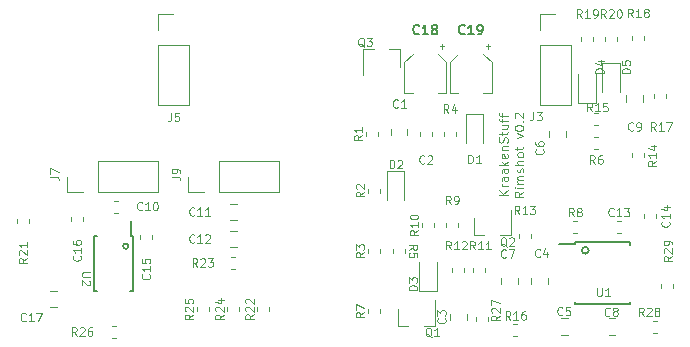
<source format=gbr>
G04 #@! TF.GenerationSoftware,KiCad,Pcbnew,(5.0.1)-4*
G04 #@! TF.CreationDate,2019-02-17T11:16:12+01:00*
G04 #@! TF.ProjectId,1U Rim,31552052696D2E6B696361645F706362,rev?*
G04 #@! TF.SameCoordinates,Original*
G04 #@! TF.FileFunction,Legend,Top*
G04 #@! TF.FilePolarity,Positive*
%FSLAX46Y46*%
G04 Gerber Fmt 4.6, Leading zero omitted, Abs format (unit mm)*
G04 Created by KiCad (PCBNEW (5.0.1)-4) date 2/17/2019 11:16:12 AM*
%MOMM*%
%LPD*%
G01*
G04 APERTURE LIST*
%ADD10C,0.200000*%
%ADD11C,0.120000*%
%ADD12C,0.150000*%
G04 APERTURE END LIST*
D10*
X30249985Y-42011600D02*
G75*
G03X30249985Y-42011600I-227185J0D01*
G01*
X69222968Y-42367200D02*
G75*
G03X69222968Y-42367200I-287368J0D01*
G01*
D11*
X63686885Y-37397142D02*
X63329742Y-37647142D01*
X63686885Y-37825714D02*
X62936885Y-37825714D01*
X62936885Y-37540000D01*
X62972600Y-37468571D01*
X63008314Y-37432857D01*
X63079742Y-37397142D01*
X63186885Y-37397142D01*
X63258314Y-37432857D01*
X63294028Y-37468571D01*
X63329742Y-37540000D01*
X63329742Y-37825714D01*
X63686885Y-37075714D02*
X63186885Y-37075714D01*
X62936885Y-37075714D02*
X62972600Y-37111428D01*
X63008314Y-37075714D01*
X62972600Y-37040000D01*
X62936885Y-37075714D01*
X63008314Y-37075714D01*
X63686885Y-36718571D02*
X63186885Y-36718571D01*
X63258314Y-36718571D02*
X63222600Y-36682857D01*
X63186885Y-36611428D01*
X63186885Y-36504285D01*
X63222600Y-36432857D01*
X63294028Y-36397142D01*
X63686885Y-36397142D01*
X63294028Y-36397142D02*
X63222600Y-36361428D01*
X63186885Y-36290000D01*
X63186885Y-36182857D01*
X63222600Y-36111428D01*
X63294028Y-36075714D01*
X63686885Y-36075714D01*
X63651171Y-35754285D02*
X63686885Y-35682857D01*
X63686885Y-35540000D01*
X63651171Y-35468571D01*
X63579742Y-35432857D01*
X63544028Y-35432857D01*
X63472600Y-35468571D01*
X63436885Y-35540000D01*
X63436885Y-35647142D01*
X63401171Y-35718571D01*
X63329742Y-35754285D01*
X63294028Y-35754285D01*
X63222600Y-35718571D01*
X63186885Y-35647142D01*
X63186885Y-35540000D01*
X63222600Y-35468571D01*
X63686885Y-35111428D02*
X62936885Y-35111428D01*
X63686885Y-34790000D02*
X63294028Y-34790000D01*
X63222600Y-34825714D01*
X63186885Y-34897142D01*
X63186885Y-35004285D01*
X63222600Y-35075714D01*
X63258314Y-35111428D01*
X63686885Y-34325714D02*
X63651171Y-34397142D01*
X63615457Y-34432857D01*
X63544028Y-34468571D01*
X63329742Y-34468571D01*
X63258314Y-34432857D01*
X63222600Y-34397142D01*
X63186885Y-34325714D01*
X63186885Y-34218571D01*
X63222600Y-34147142D01*
X63258314Y-34111428D01*
X63329742Y-34075714D01*
X63544028Y-34075714D01*
X63615457Y-34111428D01*
X63651171Y-34147142D01*
X63686885Y-34218571D01*
X63686885Y-34325714D01*
X63186885Y-33861428D02*
X63186885Y-33575714D01*
X62936885Y-33754285D02*
X63579742Y-33754285D01*
X63651171Y-33718571D01*
X63686885Y-33647142D01*
X63686885Y-33575714D01*
X63186885Y-32825714D02*
X63686885Y-32647142D01*
X63186885Y-32468571D01*
X62936885Y-32040000D02*
X62936885Y-31968571D01*
X62972600Y-31897142D01*
X63008314Y-31861428D01*
X63079742Y-31825714D01*
X63222600Y-31790000D01*
X63401171Y-31790000D01*
X63544028Y-31825714D01*
X63615457Y-31861428D01*
X63651171Y-31897142D01*
X63686885Y-31968571D01*
X63686885Y-32040000D01*
X63651171Y-32111428D01*
X63615457Y-32147142D01*
X63544028Y-32182857D01*
X63401171Y-32218571D01*
X63222600Y-32218571D01*
X63079742Y-32182857D01*
X63008314Y-32147142D01*
X62972600Y-32111428D01*
X62936885Y-32040000D01*
X63615457Y-31468571D02*
X63651171Y-31432857D01*
X63686885Y-31468571D01*
X63651171Y-31504285D01*
X63615457Y-31468571D01*
X63686885Y-31468571D01*
X63008314Y-31147142D02*
X62972600Y-31111428D01*
X62936885Y-31040000D01*
X62936885Y-30861428D01*
X62972600Y-30790000D01*
X63008314Y-30754285D01*
X63079742Y-30718571D01*
X63151171Y-30718571D01*
X63258314Y-30754285D01*
X63686885Y-31182857D01*
X63686885Y-30718571D01*
X62366085Y-37700714D02*
X61616085Y-37700714D01*
X62366085Y-37272142D02*
X61937514Y-37593571D01*
X61616085Y-37272142D02*
X62044657Y-37700714D01*
X62366085Y-36950714D02*
X61866085Y-36950714D01*
X62008942Y-36950714D02*
X61937514Y-36915000D01*
X61901800Y-36879285D01*
X61866085Y-36807857D01*
X61866085Y-36736428D01*
X62366085Y-36165000D02*
X61973228Y-36165000D01*
X61901800Y-36200714D01*
X61866085Y-36272142D01*
X61866085Y-36415000D01*
X61901800Y-36486428D01*
X62330371Y-36165000D02*
X62366085Y-36236428D01*
X62366085Y-36415000D01*
X62330371Y-36486428D01*
X62258942Y-36522142D01*
X62187514Y-36522142D01*
X62116085Y-36486428D01*
X62080371Y-36415000D01*
X62080371Y-36236428D01*
X62044657Y-36165000D01*
X62366085Y-35486428D02*
X61973228Y-35486428D01*
X61901800Y-35522142D01*
X61866085Y-35593571D01*
X61866085Y-35736428D01*
X61901800Y-35807857D01*
X62330371Y-35486428D02*
X62366085Y-35557857D01*
X62366085Y-35736428D01*
X62330371Y-35807857D01*
X62258942Y-35843571D01*
X62187514Y-35843571D01*
X62116085Y-35807857D01*
X62080371Y-35736428D01*
X62080371Y-35557857D01*
X62044657Y-35486428D01*
X62366085Y-35129285D02*
X61616085Y-35129285D01*
X62080371Y-35057857D02*
X62366085Y-34843571D01*
X61866085Y-34843571D02*
X62151800Y-35129285D01*
X62330371Y-34236428D02*
X62366085Y-34307857D01*
X62366085Y-34450714D01*
X62330371Y-34522142D01*
X62258942Y-34557857D01*
X61973228Y-34557857D01*
X61901800Y-34522142D01*
X61866085Y-34450714D01*
X61866085Y-34307857D01*
X61901800Y-34236428D01*
X61973228Y-34200714D01*
X62044657Y-34200714D01*
X62116085Y-34557857D01*
X61866085Y-33879285D02*
X62366085Y-33879285D01*
X61937514Y-33879285D02*
X61901800Y-33843571D01*
X61866085Y-33772142D01*
X61866085Y-33665000D01*
X61901800Y-33593571D01*
X61973228Y-33557857D01*
X62366085Y-33557857D01*
X62330371Y-33236428D02*
X62366085Y-33129285D01*
X62366085Y-32950714D01*
X62330371Y-32879285D01*
X62294657Y-32843571D01*
X62223228Y-32807857D01*
X62151800Y-32807857D01*
X62080371Y-32843571D01*
X62044657Y-32879285D01*
X62008942Y-32950714D01*
X61973228Y-33093571D01*
X61937514Y-33165000D01*
X61901800Y-33200714D01*
X61830371Y-33236428D01*
X61758942Y-33236428D01*
X61687514Y-33200714D01*
X61651800Y-33165000D01*
X61616085Y-33093571D01*
X61616085Y-32915000D01*
X61651800Y-32807857D01*
X61866085Y-32593571D02*
X61866085Y-32307857D01*
X61616085Y-32486428D02*
X62258942Y-32486428D01*
X62330371Y-32450714D01*
X62366085Y-32379285D01*
X62366085Y-32307857D01*
X61866085Y-31736428D02*
X62366085Y-31736428D01*
X61866085Y-32057857D02*
X62258942Y-32057857D01*
X62330371Y-32022142D01*
X62366085Y-31950714D01*
X62366085Y-31843571D01*
X62330371Y-31772142D01*
X62294657Y-31736428D01*
X61866085Y-31486428D02*
X61866085Y-31200714D01*
X62366085Y-31379285D02*
X61723228Y-31379285D01*
X61651800Y-31343571D01*
X61616085Y-31272142D01*
X61616085Y-31200714D01*
X61866085Y-31057857D02*
X61866085Y-30772142D01*
X62366085Y-30950714D02*
X61723228Y-30950714D01*
X61651800Y-30915000D01*
X61616085Y-30843571D01*
X61616085Y-30772142D01*
G04 #@! TO.C,C1*
X53870600Y-32573252D02*
X53870600Y-32050748D01*
X52450600Y-32573252D02*
X52450600Y-32050748D01*
G04 #@! TO.C,C2*
X54909600Y-32683267D02*
X54909600Y-32340733D01*
X55929600Y-32683267D02*
X55929600Y-32340733D01*
G04 #@! TO.C,C3*
X58876000Y-47744748D02*
X58876000Y-48267252D01*
X57456000Y-47744748D02*
X57456000Y-48267252D01*
G04 #@! TO.C,C4*
X64314000Y-44696748D02*
X64314000Y-45219252D01*
X65734000Y-44696748D02*
X65734000Y-45219252D01*
G04 #@! TO.C,C5*
X67427852Y-48108800D02*
X66905348Y-48108800D01*
X67427852Y-49528800D02*
X66905348Y-49528800D01*
G04 #@! TO.C,C6*
X65838000Y-32250748D02*
X65838000Y-32773252D01*
X67258000Y-32250748D02*
X67258000Y-32773252D01*
G04 #@! TO.C,C7*
X61774000Y-45219252D02*
X61774000Y-44696748D01*
X63194000Y-45219252D02*
X63194000Y-44696748D01*
G04 #@! TO.C,C8*
X71441052Y-49528800D02*
X70918548Y-49528800D01*
X71441052Y-48108800D02*
X70918548Y-48108800D01*
G04 #@! TO.C,C9*
X73798500Y-29246248D02*
X73798500Y-29768752D01*
X72378500Y-29246248D02*
X72378500Y-29768752D01*
G04 #@! TO.C,C10*
X29353367Y-38161500D02*
X29010833Y-38161500D01*
X29353367Y-39181500D02*
X29010833Y-39181500D01*
G04 #@! TO.C,C11*
X39402652Y-39826000D02*
X38880148Y-39826000D01*
X39402652Y-38406000D02*
X38880148Y-38406000D01*
G04 #@! TO.C,C12*
X38880148Y-42112000D02*
X39402652Y-42112000D01*
X38880148Y-40692000D02*
X39402652Y-40692000D01*
G04 #@! TO.C,C13*
X71940267Y-40896000D02*
X71597733Y-40896000D01*
X71940267Y-39876000D02*
X71597733Y-39876000D01*
G04 #@! TO.C,C14*
X73912000Y-39311733D02*
X73912000Y-39654267D01*
X74932000Y-39311733D02*
X74932000Y-39654267D01*
G04 #@! TO.C,C15*
X32260000Y-41042733D02*
X32260000Y-41385267D01*
X31240000Y-41042733D02*
X31240000Y-41385267D01*
G04 #@! TO.C,C16*
X26418000Y-39861267D02*
X26418000Y-39518733D01*
X25398000Y-39861267D02*
X25398000Y-39518733D01*
G04 #@! TO.C,C17*
X23640148Y-45772000D02*
X24162652Y-45772000D01*
X23640148Y-47192000D02*
X24162652Y-47192000D01*
G04 #@! TO.C,C18*
X56994500Y-25092100D02*
X56619500Y-25092100D01*
X56807000Y-24904600D02*
X56807000Y-25279600D01*
X54312000Y-25709037D02*
X53612000Y-26409037D01*
X56432000Y-25709037D02*
X57132000Y-26409037D01*
X53612000Y-26409037D02*
X53612000Y-29039600D01*
X57132000Y-26409037D02*
X57132000Y-29039600D01*
X57132000Y-29039600D02*
X56432000Y-29039600D01*
X53612000Y-29039600D02*
X54312000Y-29039600D01*
G04 #@! TO.C,C19*
X57472800Y-29039600D02*
X58172800Y-29039600D01*
X60992800Y-29039600D02*
X60292800Y-29039600D01*
X60992800Y-26409037D02*
X60992800Y-29039600D01*
X57472800Y-26409037D02*
X57472800Y-29039600D01*
X60292800Y-25709037D02*
X60992800Y-26409037D01*
X58172800Y-25709037D02*
X57472800Y-26409037D01*
X60667800Y-24904600D02*
X60667800Y-25279600D01*
X60855300Y-25092100D02*
X60480300Y-25092100D01*
G04 #@! TO.C,D1*
X60272600Y-33312000D02*
X60272600Y-30852000D01*
X60272600Y-30852000D02*
X58802600Y-30852000D01*
X58802600Y-30852000D02*
X58802600Y-33312000D01*
G04 #@! TO.C,D2*
X52147800Y-35627200D02*
X52147800Y-38087200D01*
X53617800Y-35627200D02*
X52147800Y-35627200D01*
X53617800Y-38087200D02*
X53617800Y-35627200D01*
G04 #@! TO.C,D3*
X54891000Y-43308000D02*
X54891000Y-45768000D01*
X54891000Y-45768000D02*
X56361000Y-45768000D01*
X56361000Y-45768000D02*
X56361000Y-43308000D01*
G04 #@! TO.C,D4*
X68353000Y-27394000D02*
X68353000Y-29854000D01*
X68353000Y-29854000D02*
X69823000Y-29854000D01*
X69823000Y-29854000D02*
X69823000Y-27394000D01*
G04 #@! TO.C,D5*
X70385000Y-26534000D02*
X70385000Y-28994000D01*
X71855000Y-26534000D02*
X70385000Y-26534000D01*
X71855000Y-28994000D02*
X71855000Y-26534000D01*
G04 #@! TO.C,J3*
X65065600Y-30082800D02*
X67725600Y-30082800D01*
X65065600Y-24942800D02*
X65065600Y-30082800D01*
X67725600Y-24942800D02*
X67725600Y-30082800D01*
X65065600Y-24942800D02*
X67725600Y-24942800D01*
X65065600Y-23672800D02*
X65065600Y-22342800D01*
X65065600Y-22342800D02*
X66395600Y-22342800D01*
G04 #@! TO.C,J5*
X32731237Y-22342800D02*
X34061237Y-22342800D01*
X32731237Y-23672800D02*
X32731237Y-22342800D01*
X32731237Y-24942800D02*
X35391237Y-24942800D01*
X35391237Y-24942800D02*
X35391237Y-30082800D01*
X32731237Y-24942800D02*
X32731237Y-30082800D01*
X32731237Y-30082800D02*
X35391237Y-30082800D01*
G04 #@! TO.C,J7*
X32775200Y-37448800D02*
X32775200Y-34788800D01*
X27635200Y-37448800D02*
X32775200Y-37448800D01*
X27635200Y-34788800D02*
X32775200Y-34788800D01*
X27635200Y-37448800D02*
X27635200Y-34788800D01*
X26365200Y-37448800D02*
X25035200Y-37448800D01*
X25035200Y-37448800D02*
X25035200Y-36118800D01*
G04 #@! TO.C,J9*
X35296800Y-37448800D02*
X35296800Y-36118800D01*
X36626800Y-37448800D02*
X35296800Y-37448800D01*
X37896800Y-37448800D02*
X37896800Y-34788800D01*
X37896800Y-34788800D02*
X43036800Y-34788800D01*
X37896800Y-37448800D02*
X43036800Y-37448800D01*
X43036800Y-37448800D02*
X43036800Y-34788800D01*
G04 #@! TO.C,Q1*
X53030000Y-48757100D02*
X53030000Y-47297100D01*
X56190000Y-48757100D02*
X56190000Y-46597100D01*
X56190000Y-48757100D02*
X55260000Y-48757100D01*
X53030000Y-48757100D02*
X53960000Y-48757100D01*
G04 #@! TO.C,Q2*
X59464000Y-41080000D02*
X60394000Y-41080000D01*
X62624000Y-41080000D02*
X61694000Y-41080000D01*
X62624000Y-41080000D02*
X62624000Y-38920000D01*
X59464000Y-41080000D02*
X59464000Y-39620000D01*
G04 #@! TO.C,Q3*
X53243600Y-25351200D02*
X52313600Y-25351200D01*
X50083600Y-25351200D02*
X51013600Y-25351200D01*
X50083600Y-25351200D02*
X50083600Y-27511200D01*
X53243600Y-25351200D02*
X53243600Y-26811200D01*
G04 #@! TO.C,R1*
X51411600Y-32683267D02*
X51411600Y-32340733D01*
X50391600Y-32683267D02*
X50391600Y-32340733D01*
G04 #@! TO.C,R2*
X51564000Y-37469933D02*
X51564000Y-37127399D01*
X50544000Y-37469933D02*
X50544000Y-37127399D01*
G04 #@! TO.C,R3*
X50544000Y-42569599D02*
X50544000Y-42227065D01*
X51564000Y-42569599D02*
X51564000Y-42227065D01*
G04 #@! TO.C,R4*
X57968600Y-32340733D02*
X57968600Y-32683267D01*
X56948600Y-32340733D02*
X56948600Y-32683267D01*
G04 #@! TO.C,R5*
X53641000Y-42237065D02*
X53641000Y-42579599D01*
X52621000Y-42237065D02*
X52621000Y-42579599D01*
G04 #@! TO.C,R6*
X70021267Y-32764000D02*
X69678733Y-32764000D01*
X70021267Y-33784000D02*
X69678733Y-33784000D01*
G04 #@! TO.C,R7*
X51564000Y-47669267D02*
X51564000Y-47326733D01*
X50544000Y-47669267D02*
X50544000Y-47326733D01*
G04 #@! TO.C,R8*
X67889333Y-39876000D02*
X68231867Y-39876000D01*
X67889333Y-40896000D02*
X68231867Y-40896000D01*
G04 #@! TO.C,R9*
X58168000Y-40044733D02*
X58168000Y-40387267D01*
X57148000Y-40044733D02*
X57148000Y-40387267D01*
G04 #@! TO.C,R10*
X56136000Y-40387267D02*
X56136000Y-40044733D01*
X55116000Y-40387267D02*
X55116000Y-40044733D01*
G04 #@! TO.C,R11*
X60454000Y-44226267D02*
X60454000Y-43883733D01*
X59434000Y-44226267D02*
X59434000Y-43883733D01*
G04 #@! TO.C,R12*
X57656000Y-44226267D02*
X57656000Y-43883733D01*
X58676000Y-44226267D02*
X58676000Y-43883733D01*
G04 #@! TO.C,R13*
X64314800Y-41279867D02*
X64314800Y-40937333D01*
X63294800Y-41279867D02*
X63294800Y-40937333D01*
G04 #@! TO.C,R14*
X72896000Y-34461267D02*
X72896000Y-34118733D01*
X73916000Y-34461267D02*
X73916000Y-34118733D01*
G04 #@! TO.C,R15*
X70001267Y-31752000D02*
X69658733Y-31752000D01*
X70001267Y-30732000D02*
X69658733Y-30732000D01*
G04 #@! TO.C,R16*
X63149267Y-48562800D02*
X62806733Y-48562800D01*
X63149267Y-49582800D02*
X62806733Y-49582800D01*
G04 #@! TO.C,R17*
X75795600Y-29128933D02*
X75795600Y-29471467D01*
X74775600Y-29128933D02*
X74775600Y-29471467D01*
G04 #@! TO.C,R18*
X72896000Y-24212733D02*
X72896000Y-24555267D01*
X73916000Y-24212733D02*
X73916000Y-24555267D01*
G04 #@! TO.C,R19*
X68578000Y-24296733D02*
X68578000Y-24639267D01*
X69598000Y-24296733D02*
X69598000Y-24639267D01*
G04 #@! TO.C,R20*
X70610000Y-24639267D02*
X70610000Y-24296733D01*
X71630000Y-24639267D02*
X71630000Y-24296733D01*
G04 #@! TO.C,R21*
X20826000Y-40082467D02*
X20826000Y-39739933D01*
X21846000Y-40082467D02*
X21846000Y-39739933D01*
G04 #@! TO.C,R22*
X42191400Y-47166733D02*
X42191400Y-47509267D01*
X41171400Y-47166733D02*
X41171400Y-47509267D01*
G04 #@! TO.C,R23*
X39307667Y-43944000D02*
X38965133Y-43944000D01*
X39307667Y-42924000D02*
X38965133Y-42924000D01*
G04 #@! TO.C,R24*
X39651400Y-47499267D02*
X39651400Y-47156733D01*
X38631400Y-47499267D02*
X38631400Y-47156733D01*
G04 #@! TO.C,R25*
X37111400Y-47499267D02*
X37111400Y-47156733D01*
X36091400Y-47499267D02*
X36091400Y-47156733D01*
G04 #@! TO.C,R26*
X28815133Y-49786000D02*
X29157667Y-49786000D01*
X28815133Y-48766000D02*
X29157667Y-48766000D01*
D12*
G04 #@! TO.C,U1*
X68083800Y-41672600D02*
X68083800Y-41797600D01*
X72733800Y-41672600D02*
X72733800Y-41897600D01*
X72733800Y-46922600D02*
X72733800Y-46697600D01*
X68083800Y-46922600D02*
X68083800Y-46697600D01*
X68083800Y-41672600D02*
X72733800Y-41672600D01*
X68083800Y-46922600D02*
X72733800Y-46922600D01*
X68083800Y-41797600D02*
X66733800Y-41797600D01*
G04 #@! TO.C,U2*
X30606400Y-41188800D02*
X30506400Y-41188800D01*
X30606400Y-45838800D02*
X30406400Y-45838800D01*
X27356400Y-45838800D02*
X27556400Y-45838800D01*
X27356400Y-41188800D02*
X27556400Y-41188800D01*
X30606400Y-41188800D02*
X30606400Y-45838800D01*
X27356400Y-41188800D02*
X27356400Y-45838800D01*
X30506400Y-41188800D02*
X30506400Y-39838800D01*
D11*
G04 #@! TO.C,R27*
X60708000Y-47975733D02*
X60708000Y-48318267D01*
X59688000Y-47975733D02*
X59688000Y-48318267D01*
G04 #@! TO.C,R28*
X75039067Y-48308800D02*
X74696533Y-48308800D01*
X75039067Y-49328800D02*
X74696533Y-49328800D01*
G04 #@! TO.C,R29*
X75334400Y-45575067D02*
X75334400Y-45232533D01*
X76354400Y-45575067D02*
X76354400Y-45232533D01*
G04 #@! TO.C,C1*
X53070933Y-30222000D02*
X53037600Y-30255333D01*
X52937600Y-30288666D01*
X52870933Y-30288666D01*
X52770933Y-30255333D01*
X52704266Y-30188666D01*
X52670933Y-30122000D01*
X52637600Y-29988666D01*
X52637600Y-29888666D01*
X52670933Y-29755333D01*
X52704266Y-29688666D01*
X52770933Y-29622000D01*
X52870933Y-29588666D01*
X52937600Y-29588666D01*
X53037600Y-29622000D01*
X53070933Y-29655333D01*
X53737600Y-30288666D02*
X53337600Y-30288666D01*
X53537600Y-30288666D02*
X53537600Y-29588666D01*
X53470933Y-29688666D01*
X53404266Y-29755333D01*
X53337600Y-29788666D01*
G04 #@! TO.C,C2*
X55306133Y-34946400D02*
X55272800Y-34979733D01*
X55172800Y-35013066D01*
X55106133Y-35013066D01*
X55006133Y-34979733D01*
X54939466Y-34913066D01*
X54906133Y-34846400D01*
X54872800Y-34713066D01*
X54872800Y-34613066D01*
X54906133Y-34479733D01*
X54939466Y-34413066D01*
X55006133Y-34346400D01*
X55106133Y-34313066D01*
X55172800Y-34313066D01*
X55272800Y-34346400D01*
X55306133Y-34379733D01*
X55572800Y-34379733D02*
X55606133Y-34346400D01*
X55672800Y-34313066D01*
X55839466Y-34313066D01*
X55906133Y-34346400D01*
X55939466Y-34379733D01*
X55972800Y-34446400D01*
X55972800Y-34513066D01*
X55939466Y-34613066D01*
X55539466Y-35013066D01*
X55972800Y-35013066D01*
G04 #@! TO.C,C3*
X57036200Y-48122666D02*
X57069533Y-48156000D01*
X57102866Y-48256000D01*
X57102866Y-48322666D01*
X57069533Y-48422666D01*
X57002866Y-48489333D01*
X56936200Y-48522666D01*
X56802866Y-48556000D01*
X56702866Y-48556000D01*
X56569533Y-48522666D01*
X56502866Y-48489333D01*
X56436200Y-48422666D01*
X56402866Y-48322666D01*
X56402866Y-48256000D01*
X56436200Y-48156000D01*
X56469533Y-48122666D01*
X56402866Y-47889333D02*
X56402866Y-47456000D01*
X56669533Y-47689333D01*
X56669533Y-47589333D01*
X56702866Y-47522666D01*
X56736200Y-47489333D01*
X56802866Y-47456000D01*
X56969533Y-47456000D01*
X57036200Y-47489333D01*
X57069533Y-47522666D01*
X57102866Y-47589333D01*
X57102866Y-47789333D01*
X57069533Y-47856000D01*
X57036200Y-47889333D01*
G04 #@! TO.C,C4*
X65110533Y-42871200D02*
X65077200Y-42904533D01*
X64977200Y-42937866D01*
X64910533Y-42937866D01*
X64810533Y-42904533D01*
X64743866Y-42837866D01*
X64710533Y-42771200D01*
X64677200Y-42637866D01*
X64677200Y-42537866D01*
X64710533Y-42404533D01*
X64743866Y-42337866D01*
X64810533Y-42271200D01*
X64910533Y-42237866D01*
X64977200Y-42237866D01*
X65077200Y-42271200D01*
X65110533Y-42304533D01*
X65710533Y-42471200D02*
X65710533Y-42937866D01*
X65543866Y-42204533D02*
X65377200Y-42704533D01*
X65810533Y-42704533D01*
G04 #@! TO.C,C5*
X66990133Y-47798800D02*
X66956800Y-47832133D01*
X66856800Y-47865466D01*
X66790133Y-47865466D01*
X66690133Y-47832133D01*
X66623466Y-47765466D01*
X66590133Y-47698800D01*
X66556800Y-47565466D01*
X66556800Y-47465466D01*
X66590133Y-47332133D01*
X66623466Y-47265466D01*
X66690133Y-47198800D01*
X66790133Y-47165466D01*
X66856800Y-47165466D01*
X66956800Y-47198800D01*
X66990133Y-47232133D01*
X67623466Y-47165466D02*
X67290133Y-47165466D01*
X67256800Y-47498800D01*
X67290133Y-47465466D01*
X67356800Y-47432133D01*
X67523466Y-47432133D01*
X67590133Y-47465466D01*
X67623466Y-47498800D01*
X67656800Y-47565466D01*
X67656800Y-47732133D01*
X67623466Y-47798800D01*
X67590133Y-47832133D01*
X67523466Y-47865466D01*
X67356800Y-47865466D01*
X67290133Y-47832133D01*
X67256800Y-47798800D01*
G04 #@! TO.C,C6*
X65324800Y-33797066D02*
X65358133Y-33830400D01*
X65391466Y-33930400D01*
X65391466Y-33997066D01*
X65358133Y-34097066D01*
X65291466Y-34163733D01*
X65224800Y-34197066D01*
X65091466Y-34230400D01*
X64991466Y-34230400D01*
X64858133Y-34197066D01*
X64791466Y-34163733D01*
X64724800Y-34097066D01*
X64691466Y-33997066D01*
X64691466Y-33930400D01*
X64724800Y-33830400D01*
X64758133Y-33797066D01*
X64691466Y-33197066D02*
X64691466Y-33330400D01*
X64724800Y-33397066D01*
X64758133Y-33430400D01*
X64858133Y-33497066D01*
X64991466Y-33530400D01*
X65258133Y-33530400D01*
X65324800Y-33497066D01*
X65358133Y-33463733D01*
X65391466Y-33397066D01*
X65391466Y-33263733D01*
X65358133Y-33197066D01*
X65324800Y-33163733D01*
X65258133Y-33130400D01*
X65091466Y-33130400D01*
X65024800Y-33163733D01*
X64991466Y-33197066D01*
X64958133Y-33263733D01*
X64958133Y-33397066D01*
X64991466Y-33463733D01*
X65024800Y-33497066D01*
X65091466Y-33530400D01*
G04 #@! TO.C,C7*
X62214933Y-42922000D02*
X62181600Y-42955333D01*
X62081600Y-42988666D01*
X62014933Y-42988666D01*
X61914933Y-42955333D01*
X61848266Y-42888666D01*
X61814933Y-42822000D01*
X61781600Y-42688666D01*
X61781600Y-42588666D01*
X61814933Y-42455333D01*
X61848266Y-42388666D01*
X61914933Y-42322000D01*
X62014933Y-42288666D01*
X62081600Y-42288666D01*
X62181600Y-42322000D01*
X62214933Y-42355333D01*
X62448266Y-42288666D02*
X62914933Y-42288666D01*
X62614933Y-42988666D01*
G04 #@! TO.C,C8*
X71003333Y-47849600D02*
X70970000Y-47882933D01*
X70870000Y-47916266D01*
X70803333Y-47916266D01*
X70703333Y-47882933D01*
X70636666Y-47816266D01*
X70603333Y-47749600D01*
X70570000Y-47616266D01*
X70570000Y-47516266D01*
X70603333Y-47382933D01*
X70636666Y-47316266D01*
X70703333Y-47249600D01*
X70803333Y-47216266D01*
X70870000Y-47216266D01*
X70970000Y-47249600D01*
X71003333Y-47282933D01*
X71403333Y-47516266D02*
X71336666Y-47482933D01*
X71303333Y-47449600D01*
X71270000Y-47382933D01*
X71270000Y-47349600D01*
X71303333Y-47282933D01*
X71336666Y-47249600D01*
X71403333Y-47216266D01*
X71536666Y-47216266D01*
X71603333Y-47249600D01*
X71636666Y-47282933D01*
X71670000Y-47349600D01*
X71670000Y-47382933D01*
X71636666Y-47449600D01*
X71603333Y-47482933D01*
X71536666Y-47516266D01*
X71403333Y-47516266D01*
X71336666Y-47549600D01*
X71303333Y-47582933D01*
X71270000Y-47649600D01*
X71270000Y-47782933D01*
X71303333Y-47849600D01*
X71336666Y-47882933D01*
X71403333Y-47916266D01*
X71536666Y-47916266D01*
X71603333Y-47882933D01*
X71636666Y-47849600D01*
X71670000Y-47782933D01*
X71670000Y-47649600D01*
X71636666Y-47582933D01*
X71603333Y-47549600D01*
X71536666Y-47516266D01*
G04 #@! TO.C,C9*
X72984533Y-32152400D02*
X72951200Y-32185733D01*
X72851200Y-32219066D01*
X72784533Y-32219066D01*
X72684533Y-32185733D01*
X72617866Y-32119066D01*
X72584533Y-32052400D01*
X72551200Y-31919066D01*
X72551200Y-31819066D01*
X72584533Y-31685733D01*
X72617866Y-31619066D01*
X72684533Y-31552400D01*
X72784533Y-31519066D01*
X72851200Y-31519066D01*
X72951200Y-31552400D01*
X72984533Y-31585733D01*
X73317866Y-32219066D02*
X73451200Y-32219066D01*
X73517866Y-32185733D01*
X73551200Y-32152400D01*
X73617866Y-32052400D01*
X73651200Y-31919066D01*
X73651200Y-31652400D01*
X73617866Y-31585733D01*
X73584533Y-31552400D01*
X73517866Y-31519066D01*
X73384533Y-31519066D01*
X73317866Y-31552400D01*
X73284533Y-31585733D01*
X73251200Y-31652400D01*
X73251200Y-31819066D01*
X73284533Y-31885733D01*
X73317866Y-31919066D01*
X73384533Y-31952400D01*
X73517866Y-31952400D01*
X73584533Y-31919066D01*
X73617866Y-31885733D01*
X73651200Y-31819066D01*
G04 #@! TO.C,C10*
X31401600Y-38908800D02*
X31368266Y-38942133D01*
X31268266Y-38975466D01*
X31201600Y-38975466D01*
X31101600Y-38942133D01*
X31034933Y-38875466D01*
X31001600Y-38808800D01*
X30968266Y-38675466D01*
X30968266Y-38575466D01*
X31001600Y-38442133D01*
X31034933Y-38375466D01*
X31101600Y-38308800D01*
X31201600Y-38275466D01*
X31268266Y-38275466D01*
X31368266Y-38308800D01*
X31401600Y-38342133D01*
X32068266Y-38975466D02*
X31668266Y-38975466D01*
X31868266Y-38975466D02*
X31868266Y-38275466D01*
X31801600Y-38375466D01*
X31734933Y-38442133D01*
X31668266Y-38475466D01*
X32501600Y-38275466D02*
X32568266Y-38275466D01*
X32634933Y-38308800D01*
X32668266Y-38342133D01*
X32701600Y-38408800D01*
X32734933Y-38542133D01*
X32734933Y-38708800D01*
X32701600Y-38842133D01*
X32668266Y-38908800D01*
X32634933Y-38942133D01*
X32568266Y-38975466D01*
X32501600Y-38975466D01*
X32434933Y-38942133D01*
X32401600Y-38908800D01*
X32368266Y-38842133D01*
X32334933Y-38708800D01*
X32334933Y-38542133D01*
X32368266Y-38408800D01*
X32401600Y-38342133D01*
X32434933Y-38308800D01*
X32501600Y-38275466D01*
G04 #@! TO.C,C11*
X35821200Y-39366000D02*
X35787866Y-39399333D01*
X35687866Y-39432666D01*
X35621200Y-39432666D01*
X35521200Y-39399333D01*
X35454533Y-39332666D01*
X35421200Y-39266000D01*
X35387866Y-39132666D01*
X35387866Y-39032666D01*
X35421200Y-38899333D01*
X35454533Y-38832666D01*
X35521200Y-38766000D01*
X35621200Y-38732666D01*
X35687866Y-38732666D01*
X35787866Y-38766000D01*
X35821200Y-38799333D01*
X36487866Y-39432666D02*
X36087866Y-39432666D01*
X36287866Y-39432666D02*
X36287866Y-38732666D01*
X36221200Y-38832666D01*
X36154533Y-38899333D01*
X36087866Y-38932666D01*
X37154533Y-39432666D02*
X36754533Y-39432666D01*
X36954533Y-39432666D02*
X36954533Y-38732666D01*
X36887866Y-38832666D01*
X36821200Y-38899333D01*
X36754533Y-38932666D01*
G04 #@! TO.C,C12*
X35821200Y-41652000D02*
X35787866Y-41685333D01*
X35687866Y-41718666D01*
X35621200Y-41718666D01*
X35521200Y-41685333D01*
X35454533Y-41618666D01*
X35421200Y-41552000D01*
X35387866Y-41418666D01*
X35387866Y-41318666D01*
X35421200Y-41185333D01*
X35454533Y-41118666D01*
X35521200Y-41052000D01*
X35621200Y-41018666D01*
X35687866Y-41018666D01*
X35787866Y-41052000D01*
X35821200Y-41085333D01*
X36487866Y-41718666D02*
X36087866Y-41718666D01*
X36287866Y-41718666D02*
X36287866Y-41018666D01*
X36221200Y-41118666D01*
X36154533Y-41185333D01*
X36087866Y-41218666D01*
X36754533Y-41085333D02*
X36787866Y-41052000D01*
X36854533Y-41018666D01*
X37021200Y-41018666D01*
X37087866Y-41052000D01*
X37121200Y-41085333D01*
X37154533Y-41152000D01*
X37154533Y-41218666D01*
X37121200Y-41318666D01*
X36721200Y-41718666D01*
X37154533Y-41718666D01*
G04 #@! TO.C,C13*
X71319000Y-39416800D02*
X71285666Y-39450133D01*
X71185666Y-39483466D01*
X71119000Y-39483466D01*
X71019000Y-39450133D01*
X70952333Y-39383466D01*
X70919000Y-39316800D01*
X70885666Y-39183466D01*
X70885666Y-39083466D01*
X70919000Y-38950133D01*
X70952333Y-38883466D01*
X71019000Y-38816800D01*
X71119000Y-38783466D01*
X71185666Y-38783466D01*
X71285666Y-38816800D01*
X71319000Y-38850133D01*
X71985666Y-39483466D02*
X71585666Y-39483466D01*
X71785666Y-39483466D02*
X71785666Y-38783466D01*
X71719000Y-38883466D01*
X71652333Y-38950133D01*
X71585666Y-38983466D01*
X72219000Y-38783466D02*
X72652333Y-38783466D01*
X72419000Y-39050133D01*
X72519000Y-39050133D01*
X72585666Y-39083466D01*
X72619000Y-39116800D01*
X72652333Y-39183466D01*
X72652333Y-39350133D01*
X72619000Y-39416800D01*
X72585666Y-39450133D01*
X72519000Y-39483466D01*
X72319000Y-39483466D01*
X72252333Y-39450133D01*
X72219000Y-39416800D01*
G04 #@! TO.C,C14*
X75992800Y-39921600D02*
X76026133Y-39954933D01*
X76059466Y-40054933D01*
X76059466Y-40121600D01*
X76026133Y-40221600D01*
X75959466Y-40288266D01*
X75892800Y-40321600D01*
X75759466Y-40354933D01*
X75659466Y-40354933D01*
X75526133Y-40321600D01*
X75459466Y-40288266D01*
X75392800Y-40221600D01*
X75359466Y-40121600D01*
X75359466Y-40054933D01*
X75392800Y-39954933D01*
X75426133Y-39921600D01*
X76059466Y-39254933D02*
X76059466Y-39654933D01*
X76059466Y-39454933D02*
X75359466Y-39454933D01*
X75459466Y-39521600D01*
X75526133Y-39588266D01*
X75559466Y-39654933D01*
X75592800Y-38654933D02*
X76059466Y-38654933D01*
X75326133Y-38821600D02*
X75826133Y-38988266D01*
X75826133Y-38554933D01*
G04 #@! TO.C,C15*
X32000000Y-44392000D02*
X32033333Y-44425333D01*
X32066666Y-44525333D01*
X32066666Y-44592000D01*
X32033333Y-44692000D01*
X31966666Y-44758666D01*
X31900000Y-44792000D01*
X31766666Y-44825333D01*
X31666666Y-44825333D01*
X31533333Y-44792000D01*
X31466666Y-44758666D01*
X31400000Y-44692000D01*
X31366666Y-44592000D01*
X31366666Y-44525333D01*
X31400000Y-44425333D01*
X31433333Y-44392000D01*
X32066666Y-43725333D02*
X32066666Y-44125333D01*
X32066666Y-43925333D02*
X31366666Y-43925333D01*
X31466666Y-43992000D01*
X31533333Y-44058666D01*
X31566666Y-44125333D01*
X31366666Y-43092000D02*
X31366666Y-43425333D01*
X31700000Y-43458666D01*
X31666666Y-43425333D01*
X31633333Y-43358666D01*
X31633333Y-43192000D01*
X31666666Y-43125333D01*
X31700000Y-43092000D01*
X31766666Y-43058666D01*
X31933333Y-43058666D01*
X32000000Y-43092000D01*
X32033333Y-43125333D01*
X32066666Y-43192000D01*
X32066666Y-43358666D01*
X32033333Y-43425333D01*
X32000000Y-43458666D01*
G04 #@! TO.C,C16*
X26158000Y-42817200D02*
X26191333Y-42850533D01*
X26224666Y-42950533D01*
X26224666Y-43017200D01*
X26191333Y-43117200D01*
X26124666Y-43183866D01*
X26058000Y-43217200D01*
X25924666Y-43250533D01*
X25824666Y-43250533D01*
X25691333Y-43217200D01*
X25624666Y-43183866D01*
X25558000Y-43117200D01*
X25524666Y-43017200D01*
X25524666Y-42950533D01*
X25558000Y-42850533D01*
X25591333Y-42817200D01*
X26224666Y-42150533D02*
X26224666Y-42550533D01*
X26224666Y-42350533D02*
X25524666Y-42350533D01*
X25624666Y-42417200D01*
X25691333Y-42483866D01*
X25724666Y-42550533D01*
X25524666Y-41550533D02*
X25524666Y-41683866D01*
X25558000Y-41750533D01*
X25591333Y-41783866D01*
X25691333Y-41850533D01*
X25824666Y-41883866D01*
X26091333Y-41883866D01*
X26158000Y-41850533D01*
X26191333Y-41817200D01*
X26224666Y-41750533D01*
X26224666Y-41617200D01*
X26191333Y-41550533D01*
X26158000Y-41517200D01*
X26091333Y-41483866D01*
X25924666Y-41483866D01*
X25858000Y-41517200D01*
X25824666Y-41550533D01*
X25791333Y-41617200D01*
X25791333Y-41750533D01*
X25824666Y-41817200D01*
X25858000Y-41850533D01*
X25924666Y-41883866D01*
G04 #@! TO.C,C17*
X21546400Y-48306800D02*
X21513066Y-48340133D01*
X21413066Y-48373466D01*
X21346400Y-48373466D01*
X21246400Y-48340133D01*
X21179733Y-48273466D01*
X21146400Y-48206800D01*
X21113066Y-48073466D01*
X21113066Y-47973466D01*
X21146400Y-47840133D01*
X21179733Y-47773466D01*
X21246400Y-47706800D01*
X21346400Y-47673466D01*
X21413066Y-47673466D01*
X21513066Y-47706800D01*
X21546400Y-47740133D01*
X22213066Y-48373466D02*
X21813066Y-48373466D01*
X22013066Y-48373466D02*
X22013066Y-47673466D01*
X21946400Y-47773466D01*
X21879733Y-47840133D01*
X21813066Y-47873466D01*
X22446400Y-47673466D02*
X22913066Y-47673466D01*
X22613066Y-48373466D01*
G04 #@! TO.C,C18*
D12*
X54857714Y-24009314D02*
X54819619Y-24047409D01*
X54705333Y-24085504D01*
X54629142Y-24085504D01*
X54514857Y-24047409D01*
X54438666Y-23971219D01*
X54400571Y-23895028D01*
X54362476Y-23742647D01*
X54362476Y-23628361D01*
X54400571Y-23475980D01*
X54438666Y-23399790D01*
X54514857Y-23323600D01*
X54629142Y-23285504D01*
X54705333Y-23285504D01*
X54819619Y-23323600D01*
X54857714Y-23361695D01*
X55619619Y-24085504D02*
X55162476Y-24085504D01*
X55391047Y-24085504D02*
X55391047Y-23285504D01*
X55314857Y-23399790D01*
X55238666Y-23475980D01*
X55162476Y-23514076D01*
X56076761Y-23628361D02*
X56000571Y-23590266D01*
X55962476Y-23552171D01*
X55924380Y-23475980D01*
X55924380Y-23437885D01*
X55962476Y-23361695D01*
X56000571Y-23323600D01*
X56076761Y-23285504D01*
X56229142Y-23285504D01*
X56305333Y-23323600D01*
X56343428Y-23361695D01*
X56381523Y-23437885D01*
X56381523Y-23475980D01*
X56343428Y-23552171D01*
X56305333Y-23590266D01*
X56229142Y-23628361D01*
X56076761Y-23628361D01*
X56000571Y-23666457D01*
X55962476Y-23704552D01*
X55924380Y-23780742D01*
X55924380Y-23933123D01*
X55962476Y-24009314D01*
X56000571Y-24047409D01*
X56076761Y-24085504D01*
X56229142Y-24085504D01*
X56305333Y-24047409D01*
X56343428Y-24009314D01*
X56381523Y-23933123D01*
X56381523Y-23780742D01*
X56343428Y-23704552D01*
X56305333Y-23666457D01*
X56229142Y-23628361D01*
G04 #@! TO.C,C19*
X58718514Y-24009314D02*
X58680419Y-24047409D01*
X58566133Y-24085504D01*
X58489942Y-24085504D01*
X58375657Y-24047409D01*
X58299466Y-23971219D01*
X58261371Y-23895028D01*
X58223276Y-23742647D01*
X58223276Y-23628361D01*
X58261371Y-23475980D01*
X58299466Y-23399790D01*
X58375657Y-23323600D01*
X58489942Y-23285504D01*
X58566133Y-23285504D01*
X58680419Y-23323600D01*
X58718514Y-23361695D01*
X59480419Y-24085504D02*
X59023276Y-24085504D01*
X59251847Y-24085504D02*
X59251847Y-23285504D01*
X59175657Y-23399790D01*
X59099466Y-23475980D01*
X59023276Y-23514076D01*
X59861371Y-24085504D02*
X60013752Y-24085504D01*
X60089942Y-24047409D01*
X60128038Y-24009314D01*
X60204228Y-23895028D01*
X60242323Y-23742647D01*
X60242323Y-23437885D01*
X60204228Y-23361695D01*
X60166133Y-23323600D01*
X60089942Y-23285504D01*
X59937561Y-23285504D01*
X59861371Y-23323600D01*
X59823276Y-23361695D01*
X59785180Y-23437885D01*
X59785180Y-23628361D01*
X59823276Y-23704552D01*
X59861371Y-23742647D01*
X59937561Y-23780742D01*
X60089942Y-23780742D01*
X60166133Y-23742647D01*
X60204228Y-23704552D01*
X60242323Y-23628361D01*
G04 #@! TO.C,D1*
D11*
X59020933Y-34962266D02*
X59020933Y-34262266D01*
X59187600Y-34262266D01*
X59287600Y-34295600D01*
X59354266Y-34362266D01*
X59387600Y-34428933D01*
X59420933Y-34562266D01*
X59420933Y-34662266D01*
X59387600Y-34795600D01*
X59354266Y-34862266D01*
X59287600Y-34928933D01*
X59187600Y-34962266D01*
X59020933Y-34962266D01*
X60087600Y-34962266D02*
X59687600Y-34962266D01*
X59887600Y-34962266D02*
X59887600Y-34262266D01*
X59820933Y-34362266D01*
X59754266Y-34428933D01*
X59687600Y-34462266D01*
G04 #@! TO.C,D2*
X52366133Y-35419466D02*
X52366133Y-34719466D01*
X52532800Y-34719466D01*
X52632800Y-34752800D01*
X52699466Y-34819466D01*
X52732800Y-34886133D01*
X52766133Y-35019466D01*
X52766133Y-35119466D01*
X52732800Y-35252800D01*
X52699466Y-35319466D01*
X52632800Y-35386133D01*
X52532800Y-35419466D01*
X52366133Y-35419466D01*
X53032800Y-34786133D02*
X53066133Y-34752800D01*
X53132800Y-34719466D01*
X53299466Y-34719466D01*
X53366133Y-34752800D01*
X53399466Y-34786133D01*
X53432800Y-34852800D01*
X53432800Y-34919466D01*
X53399466Y-35019466D01*
X52999466Y-35419466D01*
X53432800Y-35419466D01*
G04 #@! TO.C,D3*
X54672666Y-45728666D02*
X53972666Y-45728666D01*
X53972666Y-45562000D01*
X54006000Y-45462000D01*
X54072666Y-45395333D01*
X54139333Y-45362000D01*
X54272666Y-45328666D01*
X54372666Y-45328666D01*
X54506000Y-45362000D01*
X54572666Y-45395333D01*
X54639333Y-45462000D01*
X54672666Y-45562000D01*
X54672666Y-45728666D01*
X53972666Y-45095333D02*
X53972666Y-44662000D01*
X54239333Y-44895333D01*
X54239333Y-44795333D01*
X54272666Y-44728666D01*
X54306000Y-44695333D01*
X54372666Y-44662000D01*
X54539333Y-44662000D01*
X54606000Y-44695333D01*
X54639333Y-44728666D01*
X54672666Y-44795333D01*
X54672666Y-44995333D01*
X54639333Y-45062000D01*
X54606000Y-45095333D01*
G04 #@! TO.C,D4*
X70471466Y-27339066D02*
X69771466Y-27339066D01*
X69771466Y-27172400D01*
X69804800Y-27072400D01*
X69871466Y-27005733D01*
X69938133Y-26972400D01*
X70071466Y-26939066D01*
X70171466Y-26939066D01*
X70304800Y-26972400D01*
X70371466Y-27005733D01*
X70438133Y-27072400D01*
X70471466Y-27172400D01*
X70471466Y-27339066D01*
X70004800Y-26339066D02*
X70471466Y-26339066D01*
X69738133Y-26505733D02*
X70238133Y-26672400D01*
X70238133Y-26239066D01*
G04 #@! TO.C,D5*
X72706666Y-27339066D02*
X72006666Y-27339066D01*
X72006666Y-27172400D01*
X72040000Y-27072400D01*
X72106666Y-27005733D01*
X72173333Y-26972400D01*
X72306666Y-26939066D01*
X72406666Y-26939066D01*
X72540000Y-26972400D01*
X72606666Y-27005733D01*
X72673333Y-27072400D01*
X72706666Y-27172400D01*
X72706666Y-27339066D01*
X72006666Y-26305733D02*
X72006666Y-26639066D01*
X72340000Y-26672400D01*
X72306666Y-26639066D01*
X72273333Y-26572400D01*
X72273333Y-26405733D01*
X72306666Y-26339066D01*
X72340000Y-26305733D01*
X72406666Y-26272400D01*
X72573333Y-26272400D01*
X72640000Y-26305733D01*
X72673333Y-26339066D01*
X72706666Y-26405733D01*
X72706666Y-26572400D01*
X72673333Y-26639066D01*
X72640000Y-26672400D01*
G04 #@! TO.C,J3*
X64536666Y-30655466D02*
X64536666Y-31155466D01*
X64503333Y-31255466D01*
X64436666Y-31322133D01*
X64336666Y-31355466D01*
X64270000Y-31355466D01*
X64803333Y-30655466D02*
X65236666Y-30655466D01*
X65003333Y-30922133D01*
X65103333Y-30922133D01*
X65170000Y-30955466D01*
X65203333Y-30988800D01*
X65236666Y-31055466D01*
X65236666Y-31222133D01*
X65203333Y-31288800D01*
X65170000Y-31322133D01*
X65103333Y-31355466D01*
X64903333Y-31355466D01*
X64836666Y-31322133D01*
X64803333Y-31288800D01*
G04 #@! TO.C,J5*
X33853466Y-30706266D02*
X33853466Y-31206266D01*
X33820133Y-31306266D01*
X33753466Y-31372933D01*
X33653466Y-31406266D01*
X33586800Y-31406266D01*
X34520133Y-30706266D02*
X34186800Y-30706266D01*
X34153466Y-31039600D01*
X34186800Y-31006266D01*
X34253466Y-30972933D01*
X34420133Y-30972933D01*
X34486800Y-31006266D01*
X34520133Y-31039600D01*
X34553466Y-31106266D01*
X34553466Y-31272933D01*
X34520133Y-31339600D01*
X34486800Y-31372933D01*
X34420133Y-31406266D01*
X34253466Y-31406266D01*
X34186800Y-31372933D01*
X34153466Y-31339600D01*
G04 #@! TO.C,J7*
X23645066Y-36148933D02*
X24145066Y-36148933D01*
X24245066Y-36182266D01*
X24311733Y-36248933D01*
X24345066Y-36348933D01*
X24345066Y-36415600D01*
X23645066Y-35882266D02*
X23645066Y-35415600D01*
X24345066Y-35715600D01*
G04 #@! TO.C,J9*
X33906666Y-36148933D02*
X34406666Y-36148933D01*
X34506666Y-36182266D01*
X34573333Y-36248933D01*
X34606666Y-36348933D01*
X34606666Y-36415600D01*
X34606666Y-35782266D02*
X34606666Y-35648933D01*
X34573333Y-35582266D01*
X34540000Y-35548933D01*
X34440000Y-35482266D01*
X34306666Y-35448933D01*
X34040000Y-35448933D01*
X33973333Y-35482266D01*
X33940000Y-35515600D01*
X33906666Y-35582266D01*
X33906666Y-35715600D01*
X33940000Y-35782266D01*
X33973333Y-35815600D01*
X34040000Y-35848933D01*
X34206666Y-35848933D01*
X34273333Y-35815600D01*
X34306666Y-35782266D01*
X34340000Y-35715600D01*
X34340000Y-35582266D01*
X34306666Y-35515600D01*
X34273333Y-35482266D01*
X34206666Y-35448933D01*
G04 #@! TO.C,Q1*
X55914933Y-49710133D02*
X55848266Y-49676800D01*
X55781600Y-49610133D01*
X55681600Y-49510133D01*
X55614933Y-49476800D01*
X55548266Y-49476800D01*
X55581600Y-49643466D02*
X55514933Y-49610133D01*
X55448266Y-49543466D01*
X55414933Y-49410133D01*
X55414933Y-49176800D01*
X55448266Y-49043466D01*
X55514933Y-48976800D01*
X55581600Y-48943466D01*
X55714933Y-48943466D01*
X55781600Y-48976800D01*
X55848266Y-49043466D01*
X55881600Y-49176800D01*
X55881600Y-49410133D01*
X55848266Y-49543466D01*
X55781600Y-49610133D01*
X55714933Y-49643466D01*
X55581600Y-49643466D01*
X56548266Y-49643466D02*
X56148266Y-49643466D01*
X56348266Y-49643466D02*
X56348266Y-48943466D01*
X56281600Y-49043466D01*
X56214933Y-49110133D01*
X56148266Y-49143466D01*
G04 #@! TO.C,Q2*
X62264933Y-42039333D02*
X62198266Y-42006000D01*
X62131600Y-41939333D01*
X62031600Y-41839333D01*
X61964933Y-41806000D01*
X61898266Y-41806000D01*
X61931600Y-41972666D02*
X61864933Y-41939333D01*
X61798266Y-41872666D01*
X61764933Y-41739333D01*
X61764933Y-41506000D01*
X61798266Y-41372666D01*
X61864933Y-41306000D01*
X61931600Y-41272666D01*
X62064933Y-41272666D01*
X62131600Y-41306000D01*
X62198266Y-41372666D01*
X62231600Y-41506000D01*
X62231600Y-41739333D01*
X62198266Y-41872666D01*
X62131600Y-41939333D01*
X62064933Y-41972666D01*
X61931600Y-41972666D01*
X62498266Y-41339333D02*
X62531600Y-41306000D01*
X62598266Y-41272666D01*
X62764933Y-41272666D01*
X62831600Y-41306000D01*
X62864933Y-41339333D01*
X62898266Y-41406000D01*
X62898266Y-41472666D01*
X62864933Y-41572666D01*
X62464933Y-41972666D01*
X62898266Y-41972666D01*
G04 #@! TO.C,Q3*
X50225333Y-25122933D02*
X50158666Y-25089600D01*
X50092000Y-25022933D01*
X49992000Y-24922933D01*
X49925333Y-24889600D01*
X49858666Y-24889600D01*
X49892000Y-25056266D02*
X49825333Y-25022933D01*
X49758666Y-24956266D01*
X49725333Y-24822933D01*
X49725333Y-24589600D01*
X49758666Y-24456266D01*
X49825333Y-24389600D01*
X49892000Y-24356266D01*
X50025333Y-24356266D01*
X50092000Y-24389600D01*
X50158666Y-24456266D01*
X50192000Y-24589600D01*
X50192000Y-24822933D01*
X50158666Y-24956266D01*
X50092000Y-25022933D01*
X50025333Y-25056266D01*
X49892000Y-25056266D01*
X50425333Y-24356266D02*
X50858666Y-24356266D01*
X50625333Y-24622933D01*
X50725333Y-24622933D01*
X50792000Y-24656266D01*
X50825333Y-24689600D01*
X50858666Y-24756266D01*
X50858666Y-24922933D01*
X50825333Y-24989600D01*
X50792000Y-25022933D01*
X50725333Y-25056266D01*
X50525333Y-25056266D01*
X50458666Y-25022933D01*
X50425333Y-24989600D01*
G04 #@! TO.C,R1*
X50049866Y-32628666D02*
X49716533Y-32862000D01*
X50049866Y-33028666D02*
X49349866Y-33028666D01*
X49349866Y-32762000D01*
X49383200Y-32695333D01*
X49416533Y-32662000D01*
X49483200Y-32628666D01*
X49583200Y-32628666D01*
X49649866Y-32662000D01*
X49683200Y-32695333D01*
X49716533Y-32762000D01*
X49716533Y-33028666D01*
X50049866Y-31962000D02*
X50049866Y-32362000D01*
X50049866Y-32162000D02*
X49349866Y-32162000D01*
X49449866Y-32228666D01*
X49516533Y-32295333D01*
X49549866Y-32362000D01*
G04 #@! TO.C,R2*
X50202266Y-37403866D02*
X49868933Y-37637200D01*
X50202266Y-37803866D02*
X49502266Y-37803866D01*
X49502266Y-37537200D01*
X49535600Y-37470533D01*
X49568933Y-37437200D01*
X49635600Y-37403866D01*
X49735600Y-37403866D01*
X49802266Y-37437200D01*
X49835600Y-37470533D01*
X49868933Y-37537200D01*
X49868933Y-37803866D01*
X49568933Y-37137200D02*
X49535600Y-37103866D01*
X49502266Y-37037200D01*
X49502266Y-36870533D01*
X49535600Y-36803866D01*
X49568933Y-36770533D01*
X49635600Y-36737200D01*
X49702266Y-36737200D01*
X49802266Y-36770533D01*
X50202266Y-37170533D01*
X50202266Y-36737200D01*
G04 #@! TO.C,R3*
X50202266Y-42534666D02*
X49868933Y-42768000D01*
X50202266Y-42934666D02*
X49502266Y-42934666D01*
X49502266Y-42668000D01*
X49535600Y-42601333D01*
X49568933Y-42568000D01*
X49635600Y-42534666D01*
X49735600Y-42534666D01*
X49802266Y-42568000D01*
X49835600Y-42601333D01*
X49868933Y-42668000D01*
X49868933Y-42934666D01*
X49502266Y-42301333D02*
X49502266Y-41868000D01*
X49768933Y-42101333D01*
X49768933Y-42001333D01*
X49802266Y-41934666D01*
X49835600Y-41901333D01*
X49902266Y-41868000D01*
X50068933Y-41868000D01*
X50135600Y-41901333D01*
X50168933Y-41934666D01*
X50202266Y-42001333D01*
X50202266Y-42201333D01*
X50168933Y-42268000D01*
X50135600Y-42301333D01*
G04 #@! TO.C,R4*
X57338133Y-30695066D02*
X57104800Y-30361733D01*
X56938133Y-30695066D02*
X56938133Y-29995066D01*
X57204800Y-29995066D01*
X57271466Y-30028400D01*
X57304800Y-30061733D01*
X57338133Y-30128400D01*
X57338133Y-30228400D01*
X57304800Y-30295066D01*
X57271466Y-30328400D01*
X57204800Y-30361733D01*
X56938133Y-30361733D01*
X57938133Y-30228400D02*
X57938133Y-30695066D01*
X57771466Y-29961733D02*
X57604800Y-30461733D01*
X58038133Y-30461733D01*
G04 #@! TO.C,R5*
X53988533Y-42301333D02*
X54321866Y-42068000D01*
X53988533Y-41901333D02*
X54688533Y-41901333D01*
X54688533Y-42168000D01*
X54655200Y-42234666D01*
X54621866Y-42268000D01*
X54555200Y-42301333D01*
X54455200Y-42301333D01*
X54388533Y-42268000D01*
X54355200Y-42234666D01*
X54321866Y-42168000D01*
X54321866Y-41901333D01*
X54688533Y-42934666D02*
X54688533Y-42601333D01*
X54355200Y-42568000D01*
X54388533Y-42601333D01*
X54421866Y-42668000D01*
X54421866Y-42834666D01*
X54388533Y-42901333D01*
X54355200Y-42934666D01*
X54288533Y-42968000D01*
X54121866Y-42968000D01*
X54055200Y-42934666D01*
X54021866Y-42901333D01*
X53988533Y-42834666D01*
X53988533Y-42668000D01*
X54021866Y-42601333D01*
X54055200Y-42568000D01*
G04 #@! TO.C,R6*
X69733333Y-35020666D02*
X69500000Y-34687333D01*
X69333333Y-35020666D02*
X69333333Y-34320666D01*
X69600000Y-34320666D01*
X69666666Y-34354000D01*
X69700000Y-34387333D01*
X69733333Y-34454000D01*
X69733333Y-34554000D01*
X69700000Y-34620666D01*
X69666666Y-34654000D01*
X69600000Y-34687333D01*
X69333333Y-34687333D01*
X70333333Y-34320666D02*
X70200000Y-34320666D01*
X70133333Y-34354000D01*
X70100000Y-34387333D01*
X70033333Y-34487333D01*
X70000000Y-34620666D01*
X70000000Y-34887333D01*
X70033333Y-34954000D01*
X70066666Y-34987333D01*
X70133333Y-35020666D01*
X70266666Y-35020666D01*
X70333333Y-34987333D01*
X70366666Y-34954000D01*
X70400000Y-34887333D01*
X70400000Y-34720666D01*
X70366666Y-34654000D01*
X70333333Y-34620666D01*
X70266666Y-34587333D01*
X70133333Y-34587333D01*
X70066666Y-34620666D01*
X70033333Y-34654000D01*
X70000000Y-34720666D01*
G04 #@! TO.C,R7*
X50202266Y-47614666D02*
X49868933Y-47848000D01*
X50202266Y-48014666D02*
X49502266Y-48014666D01*
X49502266Y-47748000D01*
X49535600Y-47681333D01*
X49568933Y-47648000D01*
X49635600Y-47614666D01*
X49735600Y-47614666D01*
X49802266Y-47648000D01*
X49835600Y-47681333D01*
X49868933Y-47748000D01*
X49868933Y-48014666D01*
X49502266Y-47381333D02*
X49502266Y-46914666D01*
X50202266Y-47214666D01*
G04 #@! TO.C,R8*
X67943933Y-39483466D02*
X67710600Y-39150133D01*
X67543933Y-39483466D02*
X67543933Y-38783466D01*
X67810600Y-38783466D01*
X67877266Y-38816800D01*
X67910600Y-38850133D01*
X67943933Y-38916800D01*
X67943933Y-39016800D01*
X67910600Y-39083466D01*
X67877266Y-39116800D01*
X67810600Y-39150133D01*
X67543933Y-39150133D01*
X68343933Y-39083466D02*
X68277266Y-39050133D01*
X68243933Y-39016800D01*
X68210600Y-38950133D01*
X68210600Y-38916800D01*
X68243933Y-38850133D01*
X68277266Y-38816800D01*
X68343933Y-38783466D01*
X68477266Y-38783466D01*
X68543933Y-38816800D01*
X68577266Y-38850133D01*
X68610600Y-38916800D01*
X68610600Y-38950133D01*
X68577266Y-39016800D01*
X68543933Y-39050133D01*
X68477266Y-39083466D01*
X68343933Y-39083466D01*
X68277266Y-39116800D01*
X68243933Y-39150133D01*
X68210600Y-39216800D01*
X68210600Y-39350133D01*
X68243933Y-39416800D01*
X68277266Y-39450133D01*
X68343933Y-39483466D01*
X68477266Y-39483466D01*
X68543933Y-39450133D01*
X68577266Y-39416800D01*
X68610600Y-39350133D01*
X68610600Y-39216800D01*
X68577266Y-39150133D01*
X68543933Y-39116800D01*
X68477266Y-39083466D01*
G04 #@! TO.C,R9*
X57541333Y-38467466D02*
X57308000Y-38134133D01*
X57141333Y-38467466D02*
X57141333Y-37767466D01*
X57408000Y-37767466D01*
X57474666Y-37800800D01*
X57508000Y-37834133D01*
X57541333Y-37900800D01*
X57541333Y-38000800D01*
X57508000Y-38067466D01*
X57474666Y-38100800D01*
X57408000Y-38134133D01*
X57141333Y-38134133D01*
X57874666Y-38467466D02*
X58008000Y-38467466D01*
X58074666Y-38434133D01*
X58108000Y-38400800D01*
X58174666Y-38300800D01*
X58208000Y-38167466D01*
X58208000Y-37900800D01*
X58174666Y-37834133D01*
X58141333Y-37800800D01*
X58074666Y-37767466D01*
X57941333Y-37767466D01*
X57874666Y-37800800D01*
X57841333Y-37834133D01*
X57808000Y-37900800D01*
X57808000Y-38067466D01*
X57841333Y-38134133D01*
X57874666Y-38167466D01*
X57941333Y-38200800D01*
X58074666Y-38200800D01*
X58141333Y-38167466D01*
X58174666Y-38134133D01*
X58208000Y-38067466D01*
G04 #@! TO.C,R10*
X54774266Y-40666000D02*
X54440933Y-40899333D01*
X54774266Y-41066000D02*
X54074266Y-41066000D01*
X54074266Y-40799333D01*
X54107600Y-40732666D01*
X54140933Y-40699333D01*
X54207600Y-40666000D01*
X54307600Y-40666000D01*
X54374266Y-40699333D01*
X54407600Y-40732666D01*
X54440933Y-40799333D01*
X54440933Y-41066000D01*
X54774266Y-39999333D02*
X54774266Y-40399333D01*
X54774266Y-40199333D02*
X54074266Y-40199333D01*
X54174266Y-40266000D01*
X54240933Y-40332666D01*
X54274266Y-40399333D01*
X54074266Y-39566000D02*
X54074266Y-39499333D01*
X54107600Y-39432666D01*
X54140933Y-39399333D01*
X54207600Y-39366000D01*
X54340933Y-39332666D01*
X54507600Y-39332666D01*
X54640933Y-39366000D01*
X54707600Y-39399333D01*
X54740933Y-39432666D01*
X54774266Y-39499333D01*
X54774266Y-39566000D01*
X54740933Y-39632666D01*
X54707600Y-39666000D01*
X54640933Y-39699333D01*
X54507600Y-39732666D01*
X54340933Y-39732666D01*
X54207600Y-39699333D01*
X54140933Y-39666000D01*
X54107600Y-39632666D01*
X54074266Y-39566000D01*
G04 #@! TO.C,R11*
X59595600Y-42284066D02*
X59362266Y-41950733D01*
X59195600Y-42284066D02*
X59195600Y-41584066D01*
X59462266Y-41584066D01*
X59528933Y-41617400D01*
X59562266Y-41650733D01*
X59595600Y-41717400D01*
X59595600Y-41817400D01*
X59562266Y-41884066D01*
X59528933Y-41917400D01*
X59462266Y-41950733D01*
X59195600Y-41950733D01*
X60262266Y-42284066D02*
X59862266Y-42284066D01*
X60062266Y-42284066D02*
X60062266Y-41584066D01*
X59995600Y-41684066D01*
X59928933Y-41750733D01*
X59862266Y-41784066D01*
X60928933Y-42284066D02*
X60528933Y-42284066D01*
X60728933Y-42284066D02*
X60728933Y-41584066D01*
X60662266Y-41684066D01*
X60595600Y-41750733D01*
X60528933Y-41784066D01*
G04 #@! TO.C,R12*
X57563600Y-42284066D02*
X57330266Y-41950733D01*
X57163600Y-42284066D02*
X57163600Y-41584066D01*
X57430266Y-41584066D01*
X57496933Y-41617400D01*
X57530266Y-41650733D01*
X57563600Y-41717400D01*
X57563600Y-41817400D01*
X57530266Y-41884066D01*
X57496933Y-41917400D01*
X57430266Y-41950733D01*
X57163600Y-41950733D01*
X58230266Y-42284066D02*
X57830266Y-42284066D01*
X58030266Y-42284066D02*
X58030266Y-41584066D01*
X57963600Y-41684066D01*
X57896933Y-41750733D01*
X57830266Y-41784066D01*
X58496933Y-41650733D02*
X58530266Y-41617400D01*
X58596933Y-41584066D01*
X58763600Y-41584066D01*
X58830266Y-41617400D01*
X58863600Y-41650733D01*
X58896933Y-41717400D01*
X58896933Y-41784066D01*
X58863600Y-41884066D01*
X58463600Y-42284066D01*
X58896933Y-42284066D01*
G04 #@! TO.C,R13*
X63354800Y-39280266D02*
X63121466Y-38946933D01*
X62954800Y-39280266D02*
X62954800Y-38580266D01*
X63221466Y-38580266D01*
X63288133Y-38613600D01*
X63321466Y-38646933D01*
X63354800Y-38713600D01*
X63354800Y-38813600D01*
X63321466Y-38880266D01*
X63288133Y-38913600D01*
X63221466Y-38946933D01*
X62954800Y-38946933D01*
X64021466Y-39280266D02*
X63621466Y-39280266D01*
X63821466Y-39280266D02*
X63821466Y-38580266D01*
X63754800Y-38680266D01*
X63688133Y-38746933D01*
X63621466Y-38780266D01*
X64254800Y-38580266D02*
X64688133Y-38580266D01*
X64454800Y-38846933D01*
X64554800Y-38846933D01*
X64621466Y-38880266D01*
X64654800Y-38913600D01*
X64688133Y-38980266D01*
X64688133Y-39146933D01*
X64654800Y-39213600D01*
X64621466Y-39246933D01*
X64554800Y-39280266D01*
X64354800Y-39280266D01*
X64288133Y-39246933D01*
X64254800Y-39213600D01*
G04 #@! TO.C,R14*
X74941866Y-34790800D02*
X74608533Y-35024133D01*
X74941866Y-35190800D02*
X74241866Y-35190800D01*
X74241866Y-34924133D01*
X74275200Y-34857466D01*
X74308533Y-34824133D01*
X74375200Y-34790800D01*
X74475200Y-34790800D01*
X74541866Y-34824133D01*
X74575200Y-34857466D01*
X74608533Y-34924133D01*
X74608533Y-35190800D01*
X74941866Y-34124133D02*
X74941866Y-34524133D01*
X74941866Y-34324133D02*
X74241866Y-34324133D01*
X74341866Y-34390800D01*
X74408533Y-34457466D01*
X74441866Y-34524133D01*
X74475200Y-33524133D02*
X74941866Y-33524133D01*
X74208533Y-33690800D02*
X74708533Y-33857466D01*
X74708533Y-33424133D01*
G04 #@! TO.C,R15*
X69501600Y-30593466D02*
X69268266Y-30260133D01*
X69101600Y-30593466D02*
X69101600Y-29893466D01*
X69368266Y-29893466D01*
X69434933Y-29926800D01*
X69468266Y-29960133D01*
X69501600Y-30026800D01*
X69501600Y-30126800D01*
X69468266Y-30193466D01*
X69434933Y-30226800D01*
X69368266Y-30260133D01*
X69101600Y-30260133D01*
X70168266Y-30593466D02*
X69768266Y-30593466D01*
X69968266Y-30593466D02*
X69968266Y-29893466D01*
X69901600Y-29993466D01*
X69834933Y-30060133D01*
X69768266Y-30093466D01*
X70801600Y-29893466D02*
X70468266Y-29893466D01*
X70434933Y-30226800D01*
X70468266Y-30193466D01*
X70534933Y-30160133D01*
X70701600Y-30160133D01*
X70768266Y-30193466D01*
X70801600Y-30226800D01*
X70834933Y-30293466D01*
X70834933Y-30460133D01*
X70801600Y-30526800D01*
X70768266Y-30560133D01*
X70701600Y-30593466D01*
X70534933Y-30593466D01*
X70468266Y-30560133D01*
X70434933Y-30526800D01*
G04 #@! TO.C,R16*
X62578800Y-48221066D02*
X62345466Y-47887733D01*
X62178800Y-48221066D02*
X62178800Y-47521066D01*
X62445466Y-47521066D01*
X62512133Y-47554400D01*
X62545466Y-47587733D01*
X62578800Y-47654400D01*
X62578800Y-47754400D01*
X62545466Y-47821066D01*
X62512133Y-47854400D01*
X62445466Y-47887733D01*
X62178800Y-47887733D01*
X63245466Y-48221066D02*
X62845466Y-48221066D01*
X63045466Y-48221066D02*
X63045466Y-47521066D01*
X62978800Y-47621066D01*
X62912133Y-47687733D01*
X62845466Y-47721066D01*
X63845466Y-47521066D02*
X63712133Y-47521066D01*
X63645466Y-47554400D01*
X63612133Y-47587733D01*
X63545466Y-47687733D01*
X63512133Y-47821066D01*
X63512133Y-48087733D01*
X63545466Y-48154400D01*
X63578800Y-48187733D01*
X63645466Y-48221066D01*
X63778800Y-48221066D01*
X63845466Y-48187733D01*
X63878800Y-48154400D01*
X63912133Y-48087733D01*
X63912133Y-47921066D01*
X63878800Y-47854400D01*
X63845466Y-47821066D01*
X63778800Y-47787733D01*
X63645466Y-47787733D01*
X63578800Y-47821066D01*
X63545466Y-47854400D01*
X63512133Y-47921066D01*
G04 #@! TO.C,R17*
X74886400Y-32219066D02*
X74653066Y-31885733D01*
X74486400Y-32219066D02*
X74486400Y-31519066D01*
X74753066Y-31519066D01*
X74819733Y-31552400D01*
X74853066Y-31585733D01*
X74886400Y-31652400D01*
X74886400Y-31752400D01*
X74853066Y-31819066D01*
X74819733Y-31852400D01*
X74753066Y-31885733D01*
X74486400Y-31885733D01*
X75553066Y-32219066D02*
X75153066Y-32219066D01*
X75353066Y-32219066D02*
X75353066Y-31519066D01*
X75286400Y-31619066D01*
X75219733Y-31685733D01*
X75153066Y-31719066D01*
X75786400Y-31519066D02*
X76253066Y-31519066D01*
X75953066Y-32219066D01*
G04 #@! TO.C,R18*
X72956000Y-22617866D02*
X72722666Y-22284533D01*
X72556000Y-22617866D02*
X72556000Y-21917866D01*
X72822666Y-21917866D01*
X72889333Y-21951200D01*
X72922666Y-21984533D01*
X72956000Y-22051200D01*
X72956000Y-22151200D01*
X72922666Y-22217866D01*
X72889333Y-22251200D01*
X72822666Y-22284533D01*
X72556000Y-22284533D01*
X73622666Y-22617866D02*
X73222666Y-22617866D01*
X73422666Y-22617866D02*
X73422666Y-21917866D01*
X73356000Y-22017866D01*
X73289333Y-22084533D01*
X73222666Y-22117866D01*
X74022666Y-22217866D02*
X73956000Y-22184533D01*
X73922666Y-22151200D01*
X73889333Y-22084533D01*
X73889333Y-22051200D01*
X73922666Y-21984533D01*
X73956000Y-21951200D01*
X74022666Y-21917866D01*
X74156000Y-21917866D01*
X74222666Y-21951200D01*
X74256000Y-21984533D01*
X74289333Y-22051200D01*
X74289333Y-22084533D01*
X74256000Y-22151200D01*
X74222666Y-22184533D01*
X74156000Y-22217866D01*
X74022666Y-22217866D01*
X73956000Y-22251200D01*
X73922666Y-22284533D01*
X73889333Y-22351200D01*
X73889333Y-22484533D01*
X73922666Y-22551200D01*
X73956000Y-22584533D01*
X74022666Y-22617866D01*
X74156000Y-22617866D01*
X74222666Y-22584533D01*
X74256000Y-22551200D01*
X74289333Y-22484533D01*
X74289333Y-22351200D01*
X74256000Y-22284533D01*
X74222666Y-22251200D01*
X74156000Y-22217866D01*
G04 #@! TO.C,R19*
X68638000Y-22668666D02*
X68404666Y-22335333D01*
X68238000Y-22668666D02*
X68238000Y-21968666D01*
X68504666Y-21968666D01*
X68571333Y-22002000D01*
X68604666Y-22035333D01*
X68638000Y-22102000D01*
X68638000Y-22202000D01*
X68604666Y-22268666D01*
X68571333Y-22302000D01*
X68504666Y-22335333D01*
X68238000Y-22335333D01*
X69304666Y-22668666D02*
X68904666Y-22668666D01*
X69104666Y-22668666D02*
X69104666Y-21968666D01*
X69038000Y-22068666D01*
X68971333Y-22135333D01*
X68904666Y-22168666D01*
X69638000Y-22668666D02*
X69771333Y-22668666D01*
X69838000Y-22635333D01*
X69871333Y-22602000D01*
X69938000Y-22502000D01*
X69971333Y-22368666D01*
X69971333Y-22102000D01*
X69938000Y-22035333D01*
X69904666Y-22002000D01*
X69838000Y-21968666D01*
X69704666Y-21968666D01*
X69638000Y-22002000D01*
X69604666Y-22035333D01*
X69571333Y-22102000D01*
X69571333Y-22268666D01*
X69604666Y-22335333D01*
X69638000Y-22368666D01*
X69704666Y-22402000D01*
X69838000Y-22402000D01*
X69904666Y-22368666D01*
X69938000Y-22335333D01*
X69971333Y-22268666D01*
G04 #@! TO.C,R20*
X70670000Y-22668666D02*
X70436666Y-22335333D01*
X70270000Y-22668666D02*
X70270000Y-21968666D01*
X70536666Y-21968666D01*
X70603333Y-22002000D01*
X70636666Y-22035333D01*
X70670000Y-22102000D01*
X70670000Y-22202000D01*
X70636666Y-22268666D01*
X70603333Y-22302000D01*
X70536666Y-22335333D01*
X70270000Y-22335333D01*
X70936666Y-22035333D02*
X70970000Y-22002000D01*
X71036666Y-21968666D01*
X71203333Y-21968666D01*
X71270000Y-22002000D01*
X71303333Y-22035333D01*
X71336666Y-22102000D01*
X71336666Y-22168666D01*
X71303333Y-22268666D01*
X70903333Y-22668666D01*
X71336666Y-22668666D01*
X71770000Y-21968666D02*
X71836666Y-21968666D01*
X71903333Y-22002000D01*
X71936666Y-22035333D01*
X71970000Y-22102000D01*
X72003333Y-22235333D01*
X72003333Y-22402000D01*
X71970000Y-22535333D01*
X71936666Y-22602000D01*
X71903333Y-22635333D01*
X71836666Y-22668666D01*
X71770000Y-22668666D01*
X71703333Y-22635333D01*
X71670000Y-22602000D01*
X71636666Y-22535333D01*
X71603333Y-22402000D01*
X71603333Y-22235333D01*
X71636666Y-22102000D01*
X71670000Y-22035333D01*
X71703333Y-22002000D01*
X71770000Y-21968666D01*
G04 #@! TO.C,R21*
X21652666Y-43020400D02*
X21319333Y-43253733D01*
X21652666Y-43420400D02*
X20952666Y-43420400D01*
X20952666Y-43153733D01*
X20986000Y-43087066D01*
X21019333Y-43053733D01*
X21086000Y-43020400D01*
X21186000Y-43020400D01*
X21252666Y-43053733D01*
X21286000Y-43087066D01*
X21319333Y-43153733D01*
X21319333Y-43420400D01*
X21019333Y-42753733D02*
X20986000Y-42720400D01*
X20952666Y-42653733D01*
X20952666Y-42487066D01*
X20986000Y-42420400D01*
X21019333Y-42387066D01*
X21086000Y-42353733D01*
X21152666Y-42353733D01*
X21252666Y-42387066D01*
X21652666Y-42787066D01*
X21652666Y-42353733D01*
X21652666Y-41687066D02*
X21652666Y-42087066D01*
X21652666Y-41887066D02*
X20952666Y-41887066D01*
X21052666Y-41953733D01*
X21119333Y-42020400D01*
X21152666Y-42087066D01*
G04 #@! TO.C,R22*
X40855066Y-47788000D02*
X40521733Y-48021333D01*
X40855066Y-48188000D02*
X40155066Y-48188000D01*
X40155066Y-47921333D01*
X40188400Y-47854666D01*
X40221733Y-47821333D01*
X40288400Y-47788000D01*
X40388400Y-47788000D01*
X40455066Y-47821333D01*
X40488400Y-47854666D01*
X40521733Y-47921333D01*
X40521733Y-48188000D01*
X40221733Y-47521333D02*
X40188400Y-47488000D01*
X40155066Y-47421333D01*
X40155066Y-47254666D01*
X40188400Y-47188000D01*
X40221733Y-47154666D01*
X40288400Y-47121333D01*
X40355066Y-47121333D01*
X40455066Y-47154666D01*
X40855066Y-47554666D01*
X40855066Y-47121333D01*
X40221733Y-46854666D02*
X40188400Y-46821333D01*
X40155066Y-46754666D01*
X40155066Y-46588000D01*
X40188400Y-46521333D01*
X40221733Y-46488000D01*
X40288400Y-46454666D01*
X40355066Y-46454666D01*
X40455066Y-46488000D01*
X40855066Y-46888000D01*
X40855066Y-46454666D01*
G04 #@! TO.C,R23*
X36075200Y-43750666D02*
X35841866Y-43417333D01*
X35675200Y-43750666D02*
X35675200Y-43050666D01*
X35941866Y-43050666D01*
X36008533Y-43084000D01*
X36041866Y-43117333D01*
X36075200Y-43184000D01*
X36075200Y-43284000D01*
X36041866Y-43350666D01*
X36008533Y-43384000D01*
X35941866Y-43417333D01*
X35675200Y-43417333D01*
X36341866Y-43117333D02*
X36375200Y-43084000D01*
X36441866Y-43050666D01*
X36608533Y-43050666D01*
X36675200Y-43084000D01*
X36708533Y-43117333D01*
X36741866Y-43184000D01*
X36741866Y-43250666D01*
X36708533Y-43350666D01*
X36308533Y-43750666D01*
X36741866Y-43750666D01*
X36975200Y-43050666D02*
X37408533Y-43050666D01*
X37175200Y-43317333D01*
X37275200Y-43317333D01*
X37341866Y-43350666D01*
X37375200Y-43384000D01*
X37408533Y-43450666D01*
X37408533Y-43617333D01*
X37375200Y-43684000D01*
X37341866Y-43717333D01*
X37275200Y-43750666D01*
X37075200Y-43750666D01*
X37008533Y-43717333D01*
X36975200Y-43684000D01*
G04 #@! TO.C,R24*
X38315066Y-47795600D02*
X37981733Y-48028933D01*
X38315066Y-48195600D02*
X37615066Y-48195600D01*
X37615066Y-47928933D01*
X37648400Y-47862266D01*
X37681733Y-47828933D01*
X37748400Y-47795600D01*
X37848400Y-47795600D01*
X37915066Y-47828933D01*
X37948400Y-47862266D01*
X37981733Y-47928933D01*
X37981733Y-48195600D01*
X37681733Y-47528933D02*
X37648400Y-47495600D01*
X37615066Y-47428933D01*
X37615066Y-47262266D01*
X37648400Y-47195600D01*
X37681733Y-47162266D01*
X37748400Y-47128933D01*
X37815066Y-47128933D01*
X37915066Y-47162266D01*
X38315066Y-47562266D01*
X38315066Y-47128933D01*
X37848400Y-46528933D02*
X38315066Y-46528933D01*
X37581733Y-46695600D02*
X38081733Y-46862266D01*
X38081733Y-46428933D01*
G04 #@! TO.C,R25*
X35724266Y-47795600D02*
X35390933Y-48028933D01*
X35724266Y-48195600D02*
X35024266Y-48195600D01*
X35024266Y-47928933D01*
X35057600Y-47862266D01*
X35090933Y-47828933D01*
X35157600Y-47795600D01*
X35257600Y-47795600D01*
X35324266Y-47828933D01*
X35357600Y-47862266D01*
X35390933Y-47928933D01*
X35390933Y-48195600D01*
X35090933Y-47528933D02*
X35057600Y-47495600D01*
X35024266Y-47428933D01*
X35024266Y-47262266D01*
X35057600Y-47195600D01*
X35090933Y-47162266D01*
X35157600Y-47128933D01*
X35224266Y-47128933D01*
X35324266Y-47162266D01*
X35724266Y-47562266D01*
X35724266Y-47128933D01*
X35024266Y-46495600D02*
X35024266Y-46828933D01*
X35357600Y-46862266D01*
X35324266Y-46828933D01*
X35290933Y-46762266D01*
X35290933Y-46595600D01*
X35324266Y-46528933D01*
X35357600Y-46495600D01*
X35424266Y-46462266D01*
X35590933Y-46462266D01*
X35657600Y-46495600D01*
X35690933Y-46528933D01*
X35724266Y-46595600D01*
X35724266Y-46762266D01*
X35690933Y-46828933D01*
X35657600Y-46862266D01*
G04 #@! TO.C,R26*
X25864400Y-49592666D02*
X25631066Y-49259333D01*
X25464400Y-49592666D02*
X25464400Y-48892666D01*
X25731066Y-48892666D01*
X25797733Y-48926000D01*
X25831066Y-48959333D01*
X25864400Y-49026000D01*
X25864400Y-49126000D01*
X25831066Y-49192666D01*
X25797733Y-49226000D01*
X25731066Y-49259333D01*
X25464400Y-49259333D01*
X26131066Y-48959333D02*
X26164400Y-48926000D01*
X26231066Y-48892666D01*
X26397733Y-48892666D01*
X26464400Y-48926000D01*
X26497733Y-48959333D01*
X26531066Y-49026000D01*
X26531066Y-49092666D01*
X26497733Y-49192666D01*
X26097733Y-49592666D01*
X26531066Y-49592666D01*
X27131066Y-48892666D02*
X26997733Y-48892666D01*
X26931066Y-48926000D01*
X26897733Y-48959333D01*
X26831066Y-49059333D01*
X26797733Y-49192666D01*
X26797733Y-49459333D01*
X26831066Y-49526000D01*
X26864400Y-49559333D01*
X26931066Y-49592666D01*
X27064400Y-49592666D01*
X27131066Y-49559333D01*
X27164400Y-49526000D01*
X27197733Y-49459333D01*
X27197733Y-49292666D01*
X27164400Y-49226000D01*
X27131066Y-49192666D01*
X27064400Y-49159333D01*
X26931066Y-49159333D01*
X26864400Y-49192666D01*
X26831066Y-49226000D01*
X26797733Y-49292666D01*
G04 #@! TO.C,U1*
X69926266Y-45539866D02*
X69926266Y-46106533D01*
X69959600Y-46173200D01*
X69992933Y-46206533D01*
X70059600Y-46239866D01*
X70192933Y-46239866D01*
X70259600Y-46206533D01*
X70292933Y-46173200D01*
X70326266Y-46106533D01*
X70326266Y-45539866D01*
X71026266Y-46239866D02*
X70626266Y-46239866D01*
X70826266Y-46239866D02*
X70826266Y-45539866D01*
X70759600Y-45639866D01*
X70692933Y-45706533D01*
X70626266Y-45739866D01*
G04 #@! TO.C,U2*
X27002533Y-44221466D02*
X26435866Y-44221466D01*
X26369200Y-44254800D01*
X26335866Y-44288133D01*
X26302533Y-44354800D01*
X26302533Y-44488133D01*
X26335866Y-44554800D01*
X26369200Y-44588133D01*
X26435866Y-44621466D01*
X27002533Y-44621466D01*
X26935866Y-44921466D02*
X26969200Y-44954800D01*
X27002533Y-45021466D01*
X27002533Y-45188133D01*
X26969200Y-45254800D01*
X26935866Y-45288133D01*
X26869200Y-45321466D01*
X26802533Y-45321466D01*
X26702533Y-45288133D01*
X26302533Y-44888133D01*
X26302533Y-45321466D01*
G04 #@! TO.C,R27*
X61683066Y-47897200D02*
X61349733Y-48130533D01*
X61683066Y-48297200D02*
X60983066Y-48297200D01*
X60983066Y-48030533D01*
X61016400Y-47963866D01*
X61049733Y-47930533D01*
X61116400Y-47897200D01*
X61216400Y-47897200D01*
X61283066Y-47930533D01*
X61316400Y-47963866D01*
X61349733Y-48030533D01*
X61349733Y-48297200D01*
X61049733Y-47630533D02*
X61016400Y-47597200D01*
X60983066Y-47530533D01*
X60983066Y-47363866D01*
X61016400Y-47297200D01*
X61049733Y-47263866D01*
X61116400Y-47230533D01*
X61183066Y-47230533D01*
X61283066Y-47263866D01*
X61683066Y-47663866D01*
X61683066Y-47230533D01*
X60983066Y-46997200D02*
X60983066Y-46530533D01*
X61683066Y-46830533D01*
G04 #@! TO.C,R28*
X73870400Y-47916266D02*
X73637066Y-47582933D01*
X73470400Y-47916266D02*
X73470400Y-47216266D01*
X73737066Y-47216266D01*
X73803733Y-47249600D01*
X73837066Y-47282933D01*
X73870400Y-47349600D01*
X73870400Y-47449600D01*
X73837066Y-47516266D01*
X73803733Y-47549600D01*
X73737066Y-47582933D01*
X73470400Y-47582933D01*
X74137066Y-47282933D02*
X74170400Y-47249600D01*
X74237066Y-47216266D01*
X74403733Y-47216266D01*
X74470400Y-47249600D01*
X74503733Y-47282933D01*
X74537066Y-47349600D01*
X74537066Y-47416266D01*
X74503733Y-47516266D01*
X74103733Y-47916266D01*
X74537066Y-47916266D01*
X74937066Y-47516266D02*
X74870400Y-47482933D01*
X74837066Y-47449600D01*
X74803733Y-47382933D01*
X74803733Y-47349600D01*
X74837066Y-47282933D01*
X74870400Y-47249600D01*
X74937066Y-47216266D01*
X75070400Y-47216266D01*
X75137066Y-47249600D01*
X75170400Y-47282933D01*
X75203733Y-47349600D01*
X75203733Y-47382933D01*
X75170400Y-47449600D01*
X75137066Y-47482933D01*
X75070400Y-47516266D01*
X74937066Y-47516266D01*
X74870400Y-47549600D01*
X74837066Y-47582933D01*
X74803733Y-47649600D01*
X74803733Y-47782933D01*
X74837066Y-47849600D01*
X74870400Y-47882933D01*
X74937066Y-47916266D01*
X75070400Y-47916266D01*
X75137066Y-47882933D01*
X75170400Y-47849600D01*
X75203733Y-47782933D01*
X75203733Y-47649600D01*
X75170400Y-47582933D01*
X75137066Y-47549600D01*
X75070400Y-47516266D01*
G04 #@! TO.C,R29*
X76262666Y-42868000D02*
X75929333Y-43101333D01*
X76262666Y-43268000D02*
X75562666Y-43268000D01*
X75562666Y-43001333D01*
X75596000Y-42934666D01*
X75629333Y-42901333D01*
X75696000Y-42868000D01*
X75796000Y-42868000D01*
X75862666Y-42901333D01*
X75896000Y-42934666D01*
X75929333Y-43001333D01*
X75929333Y-43268000D01*
X75629333Y-42601333D02*
X75596000Y-42568000D01*
X75562666Y-42501333D01*
X75562666Y-42334666D01*
X75596000Y-42268000D01*
X75629333Y-42234666D01*
X75696000Y-42201333D01*
X75762666Y-42201333D01*
X75862666Y-42234666D01*
X76262666Y-42634666D01*
X76262666Y-42201333D01*
X76262666Y-41868000D02*
X76262666Y-41734666D01*
X76229333Y-41668000D01*
X76196000Y-41634666D01*
X76096000Y-41568000D01*
X75962666Y-41534666D01*
X75696000Y-41534666D01*
X75629333Y-41568000D01*
X75596000Y-41601333D01*
X75562666Y-41668000D01*
X75562666Y-41801333D01*
X75596000Y-41868000D01*
X75629333Y-41901333D01*
X75696000Y-41934666D01*
X75862666Y-41934666D01*
X75929333Y-41901333D01*
X75962666Y-41868000D01*
X75996000Y-41801333D01*
X75996000Y-41668000D01*
X75962666Y-41601333D01*
X75929333Y-41568000D01*
X75862666Y-41534666D01*
G04 #@! TD*
M02*

</source>
